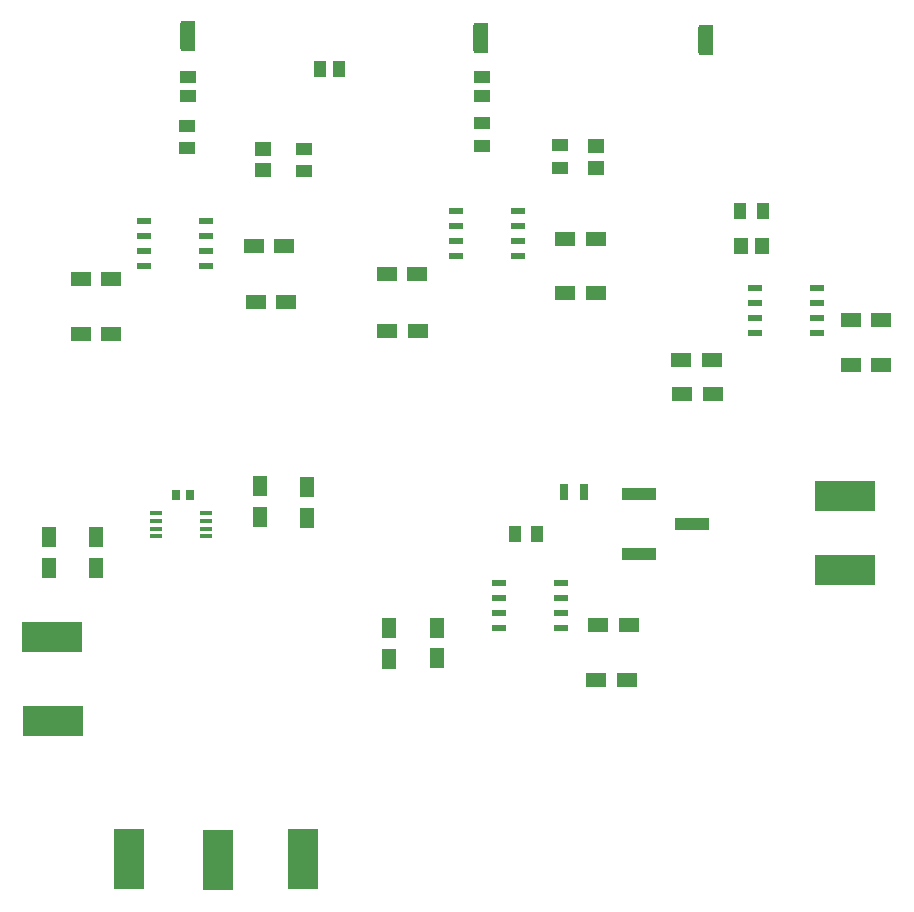
<source format=gbr>
%TF.GenerationSoftware,KiCad,Pcbnew,9.0.0*%
%TF.CreationDate,2025-05-16T17:36:55-07:00*%
%TF.ProjectId,current_measure_board,63757272-656e-4745-9f6d-656173757265,rev?*%
%TF.SameCoordinates,Original*%
%TF.FileFunction,Paste,Top*%
%TF.FilePolarity,Positive*%
%FSLAX46Y46*%
G04 Gerber Fmt 4.6, Leading zero omitted, Abs format (unit mm)*
G04 Created by KiCad (PCBNEW 9.0.0) date 2025-05-16 17:36:55*
%MOMM*%
%LPD*%
G01*
G04 APERTURE LIST*
G04 Aperture macros list*
%AMRoundRect*
0 Rectangle with rounded corners*
0 $1 Rounding radius*
0 $2 $3 $4 $5 $6 $7 $8 $9 X,Y pos of 4 corners*
0 Add a 4 corners polygon primitive as box body*
4,1,4,$2,$3,$4,$5,$6,$7,$8,$9,$2,$3,0*
0 Add four circle primitives for the rounded corners*
1,1,$1+$1,$2,$3*
1,1,$1+$1,$4,$5*
1,1,$1+$1,$6,$7*
1,1,$1+$1,$8,$9*
0 Add four rect primitives between the rounded corners*
20,1,$1+$1,$2,$3,$4,$5,0*
20,1,$1+$1,$4,$5,$6,$7,0*
20,1,$1+$1,$6,$7,$8,$9,0*
20,1,$1+$1,$8,$9,$2,$3,0*%
G04 Aperture macros list end*
%ADD10R,5.080000X2.540000*%
%ADD11RoundRect,0.190500X-0.444500X-1.079500X0.444500X-1.079500X0.444500X1.079500X-0.444500X1.079500X0*%
%ADD12R,1.000000X1.450000*%
%ADD13R,1.150000X1.450000*%
%ADD14R,1.800000X1.250000*%
%ADD15R,1.470000X1.030000*%
%ADD16R,2.540000X5.080000*%
%ADD17R,1.030000X1.470000*%
%ADD18R,1.250000X1.800000*%
%ADD19R,3.000000X1.000000*%
%ADD20R,1.450000X1.000000*%
%ADD21R,0.660400X0.889000*%
%ADD22R,1.092200X0.381000*%
%ADD23R,1.257300X0.482600*%
%ADD24R,0.762000X1.346200*%
%ADD25R,1.450000X1.150000*%
G04 APERTURE END LIST*
D10*
%TO.C,TP8*%
X180900000Y-99187500D03*
%TD*%
D11*
%TO.C,TP10*%
X169150000Y-60550000D03*
%TD*%
D10*
%TO.C,TP9*%
X180950000Y-105387500D03*
%TD*%
%TO.C,TP7*%
X113850000Y-118200000D03*
%TD*%
D12*
%TO.C,R10*%
X173950000Y-75050000D03*
X172050000Y-75050000D03*
%TD*%
D13*
%TO.C,C26*%
X173900000Y-77950000D03*
X172100000Y-77950000D03*
%TD*%
D14*
%TO.C,C25*%
X167100000Y-90500000D03*
X169700000Y-90500000D03*
%TD*%
%TO.C,C24*%
X167050000Y-87650000D03*
X169650000Y-87650000D03*
%TD*%
%TO.C,C23*%
X181400000Y-88100000D03*
X184000000Y-88100000D03*
%TD*%
%TO.C,C22*%
X181400000Y-84250000D03*
X184000000Y-84250000D03*
%TD*%
D15*
%TO.C,C3*%
X125250000Y-65300000D03*
X125250000Y-63700000D03*
%TD*%
D16*
%TO.C,TP6*%
X127837500Y-130000000D03*
%TD*%
D17*
%TO.C,C5*%
X136472400Y-63022700D03*
X138072400Y-63022700D03*
%TD*%
D18*
%TO.C,C12*%
X131400000Y-100900000D03*
X131400000Y-98300000D03*
%TD*%
D19*
%TO.C,R2*%
X163462500Y-98960000D03*
X167962500Y-101500000D03*
X163462500Y-104040000D03*
%TD*%
D20*
%TO.C,R9*%
X150150000Y-67600000D03*
X150150000Y-69500000D03*
%TD*%
D14*
%TO.C,C7*%
X159850000Y-114750000D03*
X162450000Y-114750000D03*
%TD*%
D21*
%TO.C,R1*%
X124227700Y-99050000D03*
X125472300Y-99050000D03*
%TD*%
D14*
%TO.C,C14*%
X130850000Y-78000000D03*
X133450000Y-78000000D03*
%TD*%
%TO.C,C20*%
X142100000Y-80400000D03*
X144700000Y-80400000D03*
%TD*%
%TO.C,C17*%
X116200000Y-85400000D03*
X118800000Y-85400000D03*
%TD*%
%TO.C,C15*%
X131000000Y-82700000D03*
X133600000Y-82700000D03*
%TD*%
D11*
%TO.C,TP4*%
X125300000Y-60250000D03*
%TD*%
D18*
%TO.C,C10*%
X113550000Y-105250000D03*
X113550000Y-102650000D03*
%TD*%
%TO.C,C13*%
X135350000Y-101000000D03*
X135350000Y-98400000D03*
%TD*%
D22*
%TO.C,U1*%
X122566400Y-100625001D03*
X122566400Y-101274999D03*
X122566400Y-101925001D03*
X122566400Y-102574999D03*
X126833600Y-102574999D03*
X126833600Y-101925001D03*
X126833600Y-101274999D03*
X126833600Y-100625001D03*
%TD*%
D10*
%TO.C,TP3*%
X113750000Y-111100000D03*
%TD*%
D14*
%TO.C,C21*%
X142150000Y-85200000D03*
X144750000Y-85200000D03*
%TD*%
D20*
%TO.C,R7*%
X156800000Y-71350000D03*
X156800000Y-69450000D03*
%TD*%
%TO.C,R8*%
X125200000Y-67800000D03*
X125200000Y-69700000D03*
%TD*%
D18*
%TO.C,C8*%
X142300000Y-112950000D03*
X142300000Y-110350000D03*
%TD*%
D16*
%TO.C,TP2*%
X120250000Y-129900000D03*
%TD*%
D23*
%TO.C,U2*%
X121577450Y-75895000D03*
X121577450Y-77165000D03*
X121577450Y-78435000D03*
X121577450Y-79705000D03*
X126822550Y-79705000D03*
X126822550Y-78435000D03*
X126822550Y-77165000D03*
X126822550Y-75895000D03*
%TD*%
D14*
%TO.C,C16*%
X116200000Y-80750000D03*
X118800000Y-80750000D03*
%TD*%
%TO.C,C19*%
X157200000Y-82000000D03*
X159800000Y-82000000D03*
%TD*%
D15*
%TO.C,C4*%
X150150000Y-65300000D03*
X150150000Y-63700000D03*
%TD*%
D12*
%TO.C,R3*%
X154850000Y-102350000D03*
X152950000Y-102350000D03*
%TD*%
D23*
%TO.C,U4*%
X148000000Y-75050000D03*
X148000000Y-76320000D03*
X148000000Y-77590000D03*
X148000000Y-78860000D03*
X153245100Y-78860000D03*
X153245100Y-77590000D03*
X153245100Y-76320000D03*
X153245100Y-75050000D03*
%TD*%
%TO.C,U3*%
X151627450Y-106545000D03*
X151627450Y-107815000D03*
X151627450Y-109085000D03*
X151627450Y-110355000D03*
X156872550Y-110355000D03*
X156872550Y-109085000D03*
X156872550Y-107815000D03*
X156872550Y-106545000D03*
%TD*%
D16*
%TO.C,TP1*%
X135050000Y-129900000D03*
%TD*%
D18*
%TO.C,C9*%
X146350000Y-112900000D03*
X146350000Y-110300000D03*
%TD*%
D24*
%TO.C,R6*%
X157124500Y-98800000D03*
X158775500Y-98800000D03*
%TD*%
D18*
%TO.C,C11*%
X117474999Y-105225001D03*
X117474999Y-102625001D03*
%TD*%
D25*
%TO.C,C2*%
X159800000Y-71350000D03*
X159800000Y-69550000D03*
%TD*%
%TO.C,C1*%
X131600000Y-71550000D03*
X131600000Y-69750000D03*
%TD*%
D14*
%TO.C,C18*%
X157200000Y-77400000D03*
X159800000Y-77400000D03*
%TD*%
D11*
%TO.C,TP5*%
X150100000Y-60350000D03*
%TD*%
D14*
%TO.C,C6*%
X160000000Y-110100000D03*
X162600000Y-110100000D03*
%TD*%
D20*
%TO.C,R4*%
X135100000Y-71650000D03*
X135100000Y-69750000D03*
%TD*%
D23*
%TO.C,U5*%
X178522550Y-81545000D03*
X178522550Y-82815000D03*
X178522550Y-84085000D03*
X178522550Y-85355000D03*
X173277450Y-85355000D03*
X173277450Y-84085000D03*
X173277450Y-82815000D03*
X173277450Y-81545000D03*
%TD*%
M02*

</source>
